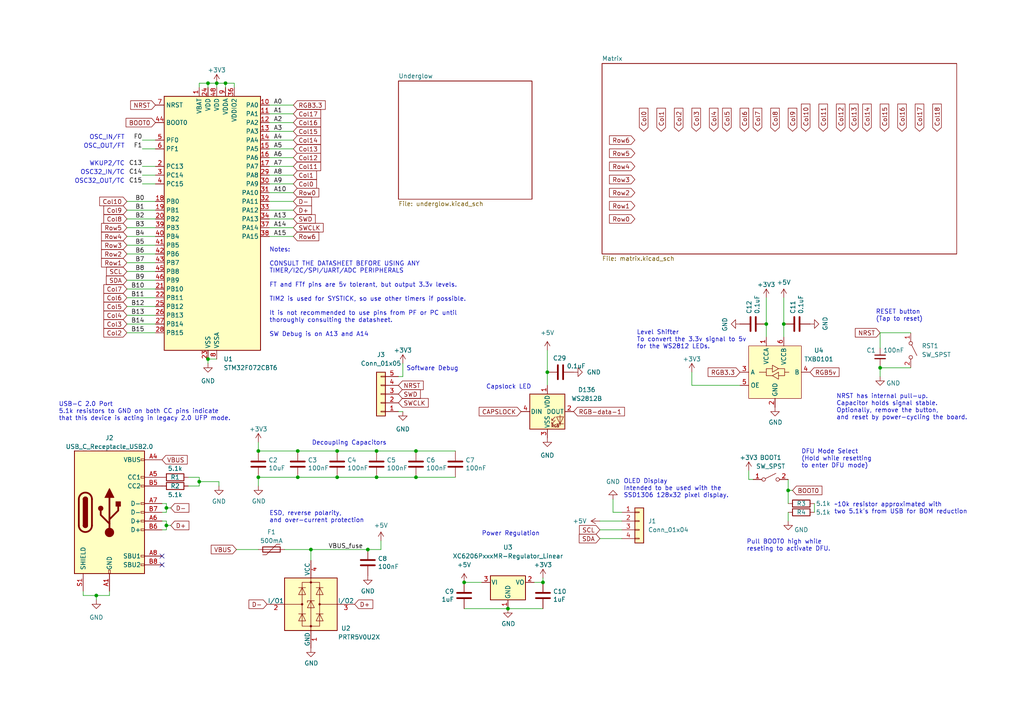
<source format=kicad_sch>
(kicad_sch (version 20231120) (generator "eeschema") (generator_version "8.0")
  (paper "A4")
  (lib_symbols
    (symbol "+5V_1" (power) (pin_names (offset 0))
      (property "Value" "+5V_1" (at 0 3.556 0))
      (symbol "+5V_1_0_1"
        (polyline (pts (xy -0.762 1.27) (xy 0 2.54)))
        (polyline (pts (xy 0 0) (xy 0 2.54)))
        (polyline (pts (xy 0 2.54) (xy 0.762 1.27)))
      )
      (symbol "+5V_1_1_1"
        (pin power_in line (at 0 0 90) (length 0) hide (name "+5V") (number "1"))
      )
    )
    (symbol "Connector:USB_C_Receptacle_USB2.0" (pin_names (offset 1.016))
      (property "Reference" "J" (at -10.16 19.05 0))
      (property "Value" "USB_C_Receptacle_USB2.0" (at 19.05 19.05 0))
      (symbol "USB_C_Receptacle_USB2.0_0_0"
        (rectangle (start -0.254 -17.78) (end 0.254 -16.764))
        (rectangle (start 10.16 -14.986) (end 9.144 -15.494))
        (rectangle (start 10.16 -12.446) (end 9.144 -12.954))
        (rectangle (start 10.16 -4.826) (end 9.144 -5.334))
        (rectangle (start 10.16 -2.286) (end 9.144 -2.794))
        (rectangle (start 10.16 0.254) (end 9.144 -0.254))
        (rectangle (start 10.16 2.794) (end 9.144 2.286))
        (rectangle (start 10.16 7.874) (end 9.144 7.366))
        (rectangle (start 10.16 10.414) (end 9.144 9.906))
        (rectangle (start 10.16 15.494) (end 9.144 14.986))
      )
      (symbol "USB_C_Receptacle_USB2.0_0_1"
        (rectangle (start -10.16 17.78) (end 10.16 -17.78) (stroke (width 0.254)) (fill (type background)))
        (arc (start -8.89 -3.81) (mid -6.985 -5.7067) (end -5.08 -3.81) (stroke (width 0.508)))
        (arc (start -7.62 -3.81) (mid -6.985 -4.4423) (end -6.35 -3.81) (stroke (width 0.254)))
        (arc (start -7.62 -3.81) (mid -6.985 -4.4423) (end -6.35 -3.81) (stroke (width 0.254)) (fill (type outline)))
        (rectangle (start -7.62 -3.81) (end -6.35 3.81) (stroke (width 0.254)) (fill (type outline)))
        (arc (start -6.35 3.81) (mid -6.985 4.4423) (end -7.62 3.81) (stroke (width 0.254)))
        (arc (start -6.35 3.81) (mid -6.985 4.4423) (end -7.62 3.81) (stroke (width 0.254)) (fill (type outline)))
        (arc (start -5.08 3.81) (mid -6.985 5.7067) (end -8.89 3.81) (stroke (width 0.508)))
        (circle (center -2.54 1.143) (radius 0.635) (stroke (width 0.254)) (fill (type outline)))
        (circle (center 0 -5.842) (radius 1.27) (fill (type outline)))
        (polyline (pts (xy -8.89 -3.81) (xy -8.89 3.81)) (stroke (width 0.508)))
        (polyline (pts (xy -5.08 3.81) (xy -5.08 -3.81)) (stroke (width 0.508)))
        (polyline (pts (xy 0 -5.842) (xy 0 4.318)) (stroke (width 0.508)))
        (polyline (pts (xy 0 -3.302) (xy -2.54 -0.762) (xy -2.54 0.508)) (stroke (width 0.508)))
        (polyline (pts (xy 0 -2.032) (xy 2.54 0.508) (xy 2.54 1.778)) (stroke (width 0.508)))
        (polyline (pts (xy -1.27 4.318) (xy 0 6.858) (xy 1.27 4.318) (xy -1.27 4.318)) (stroke (width 0.254)) (fill (type outline)))
        (rectangle (start 1.905 1.778) (end 3.175 3.048) (stroke (width 0.254)) (fill (type outline)))
      )
      (symbol "USB_C_Receptacle_USB2.0_1_1"
        (pin passive line (at 0 -22.86 90) (length 5.08) (name "GND") (number "A1"))
        (pin passive line (at 0 -22.86 90) (length 5.08) hide (name "GND") (number "A12"))
        (pin passive line (at 15.24 15.24 180) (length 5.08) (name "VBUS") (number "A4"))
        (pin bidirectional line (at 15.24 10.16 180) (length 5.08) (name "CC1") (number "A5"))
        (pin bidirectional line (at 15.24 -2.54 180) (length 5.08) (name "D+") (number "A6"))
        (pin bidirectional line (at 15.24 2.54 180) (length 5.08) (name "D-") (number "A7"))
        (pin bidirectional line (at 15.24 -12.7 180) (length 5.08) (name "SBU1") (number "A8"))
        (pin passive line (at 15.24 15.24 180) (length 5.08) hide (name "VBUS") (number "A9"))
        (pin passive line (at 0 -22.86 90) (length 5.08) hide (name "GND") (number "B1"))
        (pin passive line (at 0 -22.86 90) (length 5.08) hide (name "GND") (number "B12"))
        (pin passive line (at 15.24 15.24 180) (length 5.08) hide (name "VBUS") (number "B4"))
        (pin bidirectional line (at 15.24 7.62 180) (length 5.08) (name "CC2") (number "B5"))
        (pin bidirectional line (at 15.24 -5.08 180) (length 5.08) (name "D+") (number "B6"))
        (pin bidirectional line (at 15.24 0 180) (length 5.08) (name "D-") (number "B7"))
        (pin bidirectional line (at 15.24 -15.24 180) (length 5.08) (name "SBU2") (number "B8"))
        (pin passive line (at 15.24 15.24 180) (length 5.08) hide (name "VBUS") (number "B9"))
        (pin passive line (at -7.62 -22.86 90) (length 5.08) (name "SHIELD") (number "S1"))
      )
    )
    (symbol "Connector_Generic:Conn_01x04" (pin_names (offset 1.016) hide)
      (property "Reference" "J" (at 0 5.08 0))
      (property "Value" "Conn_01x04" (at 0 -7.62 0))
      (symbol "Conn_01x04_1_1"
        (rectangle (start -1.27 -4.953) (end 0 -5.207) (stroke (width 0.1524)))
        (rectangle (start -1.27 -2.413) (end 0 -2.667) (stroke (width 0.1524)))
        (rectangle (start -1.27 0.127) (end 0 -0.127) (stroke (width 0.1524)))
        (rectangle (start -1.27 2.667) (end 0 2.413) (stroke (width 0.1524)))
        (rectangle (start -1.27 3.81) (end 1.27 -6.35) (stroke (width 0.254)) (fill (type background)))
        (pin passive line (at -5.08 2.54 0) (length 3.81) (name "Pin_1") (number "1"))
        (pin passive line (at -5.08 0 0) (length 3.81) (name "Pin_2") (number "2"))
        (pin passive line (at -5.08 -2.54 0) (length 3.81) (name "Pin_3") (number "3"))
        (pin passive line (at -5.08 -5.08 0) (length 3.81) (name "Pin_4") (number "4"))
      )
    )
    (symbol "Connector_Generic:Conn_01x05" (pin_names (offset 1.016) hide)
      (property "Reference" "J" (at 0 7.62 0))
      (property "Value" "Conn_01x05" (at 0 -7.62 0))
      (symbol "Conn_01x05_1_1"
        (rectangle (start -1.27 -4.953) (end 0 -5.207) (stroke (width 0.1524)))
        (rectangle (start -1.27 -2.413) (end 0 -2.667) (stroke (width 0.1524)))
        (rectangle (start -1.27 0.127) (end 0 -0.127) (stroke (width 0.1524)))
        (rectangle (start -1.27 2.667) (end 0 2.413) (stroke (width 0.1524)))
        (rectangle (start -1.27 5.207) (end 0 4.953) (stroke (width 0.1524)))
        (rectangle (start -1.27 6.35) (end 1.27 -6.35) (stroke (width 0.254)) (fill (type background)))
        (pin passive line (at -5.08 5.08 0) (length 3.81) (name "Pin_1") (number "1"))
        (pin passive line (at -5.08 2.54 0) (length 3.81) (name "Pin_2") (number "2"))
        (pin passive line (at -5.08 0 0) (length 3.81) (name "Pin_3") (number "3"))
        (pin passive line (at -5.08 -2.54 0) (length 3.81) (name "Pin_4") (number "4"))
        (pin passive line (at -5.08 -5.08 0) (length 3.81) (name "Pin_5") (number "5"))
      )
    )
    (symbol "Device:C" (pin_numbers hide) (pin_names (offset 0.254))
      (property "Reference" "C" (at 0.635 2.54 0))
      (property "Value" "C" (at 0.635 -2.54 0))
      (symbol "C_0_1"
        (polyline (pts (xy -2.032 -0.762) (xy 2.032 -0.762)) (stroke (width 0.508)))
        (polyline (pts (xy -2.032 0.762) (xy 2.032 0.762)) (stroke (width 0.508)))
      )
      (symbol "C_1_1"
        (pin passive line (at 0 3.81 270) (length 2.794) (name "~") (number "1"))
        (pin passive line (at 0 -3.81 90) (length 2.794) (name "~") (number "2"))
      )
    )
    (symbol "Device:C_Small" (pin_numbers hide) (pin_names (offset 0.254) hide)
      (property "Reference" "C" (at 0.254 1.778 0))
      (property "Value" "C_Small" (at 0.254 -2.032 0))
      (symbol "C_Small_0_1"
        (polyline (pts (xy -1.524 -0.508) (xy 1.524 -0.508)) (stroke (width 0.3302)))
        (polyline (pts (xy -1.524 0.508) (xy 1.524 0.508)) (stroke (width 0.3048)))
      )
      (symbol "C_Small_1_1"
        (pin passive line (at 0 2.54 270) (length 2.032) (name "~") (number "1"))
        (pin passive line (at 0 -2.54 90) (length 2.032) (name "~") (number "2"))
      )
    )
    (symbol "Device:Polyfuse" (pin_numbers hide) (pin_names (offset 0))
      (property "Reference" "F" (at -2.54 0 90))
      (property "Value" "Polyfuse" (at 2.54 0 90))
      (symbol "Polyfuse_0_1"
        (rectangle (start -0.762 2.54) (end 0.762 -2.54) (stroke (width 0.254)))
        (polyline (pts (xy 0 2.54) (xy 0 -2.54)))
        (polyline (pts (xy -1.524 2.54) (xy -1.524 1.524) (xy 1.524 -1.524) (xy 1.524 -2.54)))
      )
      (symbol "Polyfuse_1_1"
        (pin passive line (at 0 3.81 270) (length 1.27) (name "~") (number "1"))
        (pin passive line (at 0 -3.81 90) (length 1.27) (name "~") (number "2"))
      )
    )
    (symbol "Device:R" (pin_numbers hide) (pin_names (offset 0))
      (property "Reference" "R" (at 2.032 0 90))
      (property "Value" "R" (at 0 0 90))
      (symbol "R_0_1"
        (rectangle (start -1.016 -2.54) (end 1.016 2.54) (stroke (width 0.254)))
      )
      (symbol "R_1_1"
        (pin passive line (at 0 3.81 270) (length 1.27) (name "~") (number "1"))
        (pin passive line (at 0 -3.81 90) (length 1.27) (name "~") (number "2"))
      )
    )
    (symbol "LED:WS2812B" (pin_names (offset 0.254))
      (property "Reference" "D" (at 5.08 5.715 0))
      (property "Value" "WS2812B" (at 1.27 -5.715 0))
      (symbol "WS2812B_0_0"
        (text "RGB" (at 2.286 -4.191 0) (effects (font (size 0.762 0.762))))
      )
      (symbol "WS2812B_0_1"
        (polyline (pts (xy 1.27 -3.556) (xy 1.778 -3.556)))
        (polyline (pts (xy 1.27 -2.54) (xy 1.778 -2.54)))
        (polyline (pts (xy 4.699 -3.556) (xy 2.667 -3.556)))
        (polyline (pts (xy 2.286 -2.54) (xy 1.27 -3.556) (xy 1.27 -3.048)))
        (polyline (pts (xy 2.286 -1.524) (xy 1.27 -2.54) (xy 1.27 -2.032)))
        (polyline (pts (xy 3.683 -1.016) (xy 3.683 -3.556) (xy 3.683 -4.064)))
        (polyline (pts (xy 4.699 -1.524) (xy 2.667 -1.524) (xy 3.683 -3.556) (xy 4.699 -1.524)))
        (rectangle (start 5.08 5.08) (end -5.08 -5.08) (stroke (width 0.254)) (fill (type background)))
      )
      (symbol "WS2812B_1_1"
        (pin power_in line (at 0 7.62 270) (length 2.54) (name "VDD") (number "1"))
        (pin output line (at 7.62 0 180) (length 2.54) (name "DOUT") (number "2"))
        (pin power_in line (at 0 -7.62 90) (length 2.54) (name "VSS") (number "3"))
        (pin input line (at -7.62 0 0) (length 2.54) (name "DIN") (number "4"))
      )
    )
    (symbol "MCU_ST_STM32F0:STM32F072CBTx"
      (property "Reference" "U" (at -12.7 39.37 0))
      (property "Value" "STM32F072CBTx" (at 10.16 39.37 0))
      (symbol "STM32F072CBTx_0_1"
        (rectangle (start -12.7 -35.56) (end 15.24 38.1) (stroke (width 0.254)) (fill (type background)))
      )
      (symbol "STM32F072CBTx_1_1"
        (pin power_in line (at -2.54 40.64 270) (length 2.54) (name "VBAT") (number "1"))
        (pin bidirectional line (at 17.78 35.56 180) (length 2.54) (name "PA0") (number "10"))
        (pin bidirectional line (at 17.78 33.02 180) (length 2.54) (name "PA1") (number "11"))
        (pin bidirectional line (at 17.78 30.48 180) (length 2.54) (name "PA2") (number "12"))
        (pin bidirectional line (at 17.78 27.94 180) (length 2.54) (name "PA3") (number "13"))
        (pin bidirectional line (at 17.78 25.4 180) (length 2.54) (name "PA4") (number "14"))
        (pin bidirectional line (at 17.78 22.86 180) (length 2.54) (name "PA5") (number "15"))
        (pin bidirectional line (at 17.78 20.32 180) (length 2.54) (name "PA6") (number "16"))
        (pin bidirectional line (at 17.78 17.78 180) (length 2.54) (name "PA7") (number "17"))
        (pin bidirectional line (at -15.24 7.62 0) (length 2.54) (name "PB0") (number "18"))
        (pin bidirectional line (at -15.24 5.08 0) (length 2.54) (name "PB1") (number "19"))
        (pin bidirectional line (at -15.24 17.78 0) (length 2.54) (name "PC13") (number "2"))
        (pin bidirectional line (at -15.24 2.54 0) (length 2.54) (name "PB2") (number "20"))
        (pin bidirectional line (at -15.24 -17.78 0) (length 2.54) (name "PB10") (number "21"))
        (pin bidirectional line (at -15.24 -20.32 0) (length 2.54) (name "PB11") (number "22"))
        (pin power_in line (at 0 -38.1 90) (length 2.54) (name "VSS") (number "23"))
        (pin power_in line (at 0 40.64 270) (length 2.54) (name "VDD") (number "24"))
        (pin bidirectional line (at -15.24 -22.86 0) (length 2.54) (name "PB12") (number "25"))
        (pin bidirectional line (at -15.24 -25.4 0) (length 2.54) (name "PB13") (number "26"))
        (pin bidirectional line (at -15.24 -27.94 0) (length 2.54) (name "PB14") (number "27"))
        (pin bidirectional line (at -15.24 -30.48 0) (length 2.54) (name "PB15") (number "28"))
        (pin bidirectional line (at 17.78 15.24 180) (length 2.54) (name "PA8") (number "29"))
        (pin bidirectional line (at -15.24 15.24 0) (length 2.54) (name "PC14") (number "3"))
        (pin bidirectional line (at 17.78 12.7 180) (length 2.54) (name "PA9") (number "30"))
        (pin bidirectional line (at 17.78 10.16 180) (length 2.54) (name "PA10") (number "31"))
        (pin bidirectional line (at 17.78 7.62 180) (length 2.54) (name "PA11") (number "32"))
        (pin bidirectional line (at 17.78 5.08 180) (length 2.54) (name "PA12") (number "33"))
        (pin bidirectional line (at 17.78 2.54 180) (length 2.54) (name "PA13") (number "34"))
        (pin passive line (at 0 -38.1 90) (length 2.54) hide (name "VSS") (number "35"))
        (pin power_in line (at 7.62 40.64 270) (length 2.54) (name "VDDIO2") (number "36"))
        (pin bidirectional line (at 17.78 0 180) (length 2.54) (name "PA14") (number "37"))
        (pin bidirectional line (at 17.78 -2.54 180) (length 2.54) (name "PA15") (number "38"))
        (pin bidirectional line (at -15.24 0 0) (length 2.54) (name "PB3") (number "39"))
        (pin bidirectional line (at -15.24 12.7 0) (length 2.54) (name "PC15") (number "4"))
        (pin bidirectional line (at -15.24 -2.54 0) (length 2.54) (name "PB4") (number "40"))
        (pin bidirectional line (at -15.24 -5.08 0) (length 2.54) (name "PB5") (number "41"))
        (pin bidirectional line (at -15.24 -7.62 0) (length 2.54) (name "PB6") (number "42"))
        (pin bidirectional line (at -15.24 -10.16 0) (length 2.54) (name "PB7") (number "43"))
        (pin input line (at -15.24 30.48 0) (length 2.54) (name "BOOT0") (number "44"))
        (pin bidirectional line (at -15.24 -12.7 0) (length 2.54) (name "PB8") (number "45"))
        (pin bidirectional line (at -15.24 -15.24 0) (length 2.54) (name "PB9") (number "46"))
        (pin passive line (at 0 -38.1 90) (length 2.54) hide (name "VSS") (number "47"))
        (pin power_in line (at 2.54 40.64 270) (length 2.54) (name "VDD") (number "48"))
        (pin bidirectional line (at -15.24 25.4 0) (length 2.54) (name "PF0") (number "5"))
        (pin bidirectional line (at -15.24 22.86 0) (length 2.54) (name "PF1") (number "6"))
        (pin input line (at -15.24 35.56 0) (length 2.54) (name "NRST") (number "7"))
        (pin power_in line (at 2.54 -38.1 90) (length 2.54) (name "VSSA") (number "8"))
        (pin power_in line (at 5.08 40.64 270) (length 2.54) (name "VDDA") (number "9"))
      )
    )
    (symbol "PCM_marbastlib-various:TXB0101"
      (property "Reference" "U" (at -6.35 11.43 0))
      (property "Value" "TXB0101" (at 3.81 11.43 0))
      (symbol "TXB0101_0_1"
        (rectangle (start -7.62 10.16) (end 7.62 -5.08) (fill (type background)))
        (polyline (pts (xy -2.54 2.54) (xy -2.54 3.556) (xy -0.762 3.556)))
        (polyline (pts (xy 2.794 2.54) (xy 2.794 1.524) (xy 1.016 1.524)))
        (polyline (pts (xy -0.762 1.524) (xy -2.54 1.524) (xy -2.54 2.54) (xy -4.572 2.54)))
        (polyline (pts (xy -0.762 2.54) (xy -0.762 4.572) (xy 1.016 3.556) (xy -0.762 2.54)))
        (polyline (pts (xy 1.016 3.556) (xy 2.794 3.556) (xy 2.794 2.54) (xy 4.064 2.54)))
        (polyline (pts (xy 1.016 2.54) (xy 1.016 0.762) (xy 1.016 0.508) (xy -0.762 1.524) (xy 1.016 2.54)))
      )
      (symbol "TXB0101_1_1"
        (pin power_in line (at -2.54 12.7 270) (length 2.54) (name "VCCA") (number "1"))
        (pin power_in line (at 0 -7.62 90) (length 2.54) (name "GND") (number "2"))
        (pin bidirectional line (at -10.16 2.54 0) (length 2.54) (name "A") (number "3"))
        (pin bidirectional line (at 10.16 2.54 180) (length 2.54) (name "B") (number "4"))
        (pin input line (at -10.16 -1.27 0) (length 2.54) (name "OE") (number "5"))
        (pin power_in line (at 2.54 12.7 270) (length 2.54) (name "VCCB") (number "6"))
      )
    )
    (symbol "Power_Protection:PRTR5V0U2X" (pin_names (offset 0))
      (property "Reference" "D" (at 2.794 8.636 0))
      (property "Value" "PRTR5V0U2X" (at 8.128 -9.398 0))
      (symbol "PRTR5V0U2X_0_1"
        (rectangle (start -7.62 -7.62) (end 7.62 7.62) (stroke (width 0.254)) (fill (type background)))
        (circle (center -2.54 0) (radius 0.254) (fill (type outline)))
        (rectangle (start -2.54 6.35) (end 2.54 -6.35))
        (circle (center 0 -6.35) (radius 0.254) (fill (type outline)))
        (polyline (pts (xy -2.54 0) (xy -7.62 0)))
        (polyline (pts (xy -1.524 -2.794) (xy -3.556 -2.794)))
        (polyline (pts (xy -1.524 4.826) (xy -3.556 4.826)))
        (polyline (pts (xy 0 -7.62) (xy 0 7.62)))
        (polyline (pts (xy 1.524 -2.794) (xy 3.556 -2.794)))
        (polyline (pts (xy 1.524 4.826) (xy 3.556 4.826)))
        (polyline (pts (xy 2.54 0) (xy 7.62 0)))
        (polyline (pts (xy 1.016 1.016) (xy -1.016 1.016) (xy -1.016 0.508)))
        (polyline (pts (xy -3.556 -4.826) (xy -1.524 -4.826) (xy -2.54 -2.794) (xy -3.556 -4.826)))
        (polyline (pts (xy -3.556 2.794) (xy -1.524 2.794) (xy -2.54 4.826) (xy -3.556 2.794)))
        (polyline (pts (xy -1.016 -1.016) (xy 1.016 -1.016) (xy 0 1.016) (xy -1.016 -1.016)))
        (polyline (pts (xy 3.556 -4.826) (xy 1.524 -4.826) (xy 2.54 -2.794) (xy 3.556 -4.826)))
        (polyline (pts (xy 3.556 2.794) (xy 1.524 2.794) (xy 2.54 4.826) (xy 3.556 2.794)))
        (circle (center 0 6.35) (radius 0.254) (fill (type outline)))
        (circle (center 2.54 0) (radius 0.254) (fill (type outline)))
      )
      (symbol "PRTR5V0U2X_1_1"
        (pin passive line (at 0 -12.7 90) (length 5.08) (name "GND") (number "1"))
        (pin passive line (at -12.7 0 0) (length 5.08) (name "I/O1") (number "2"))
        (pin passive line (at 12.7 0 180) (length 5.08) (name "I/O2") (number "3"))
        (pin passive line (at 0 12.7 270) (length 5.08) (name "VCC") (number "4"))
      )
    )
    (symbol "Switch:SW_SPST" (pin_names (offset 0) hide)
      (property "Reference" "SW" (at 0 3.175 0))
      (property "Value" "SW_SPST" (at 0 -2.54 0))
      (symbol "SW_SPST_0_0"
        (circle (center -2.032 0) (radius 0.508))
        (polyline (pts (xy -1.524 0.254) (xy 1.524 1.778)))
        (circle (center 2.032 0) (radius 0.508))
      )
      (symbol "SW_SPST_1_1"
        (pin passive line (at -5.08 0 0) (length 2.54) (name "A") (number "1"))
        (pin passive line (at 5.08 0 180) (length 2.54) (name "B") (number "2"))
      )
    )
    (symbol "kicad-keyboard-parts:XC6206PxxxMR-Regulator_Linear" (pin_names (offset 0.254))
      (property "Reference" "U" (at -3.81 3.175 0))
      (property "Value" "XC6206PxxxMR-Regulator_Linear" (at 0 3.175 0))
      (property "LCSC" "C5446" (at 0 0 0))
      (symbol "XC6206PxxxMR-Regulator_Linear_0_1"
        (rectangle (start -5.08 1.905) (end 5.08 -5.08) (stroke (width 0.254)) (fill (type background)))
      )
      (symbol "XC6206PxxxMR-Regulator_Linear_1_1"
        (pin power_in line (at 0 -7.62 90) (length 2.54) (name "GND") (number "1"))
        (pin power_out line (at 7.62 0 180) (length 2.54) (name "VO") (number "2"))
        (pin power_in line (at -7.62 0 0) (length 2.54) (name "VI") (number "3"))
      )
    )
    (symbol "power:+3V3" (power) (pin_names (offset 0))
      (property "Value" "+3V3" (at 0 3.556 0))
      (symbol "+3V3_0_1"
        (polyline (pts (xy -0.762 1.27) (xy 0 2.54)))
        (polyline (pts (xy 0 0) (xy 0 2.54)))
        (polyline (pts (xy 0 2.54) (xy 0.762 1.27)))
      )
      (symbol "+3V3_1_1"
        (pin power_in line (at 0 0 90) (length 0) hide (name "+3V3") (number "1"))
      )
    )
    (symbol "power:+5V" (power) (pin_names (offset 0))
      (property "Value" "+5V" (at 0 3.556 0))
      (symbol "+5V_0_1"
        (polyline (pts (xy -0.762 1.27) (xy 0 2.54)))
        (polyline (pts (xy 0 0) (xy 0 2.54)))
        (polyline (pts (xy 0 2.54) (xy 0.762 1.27)))
      )
      (symbol "+5V_1_1"
        (pin power_in line (at 0 0 90) (length 0) hide (name "+5V") (number "1"))
      )
    )
    (symbol "power:GND" (power) (pin_names (offset 0))
      (property "Value" "GND" (at 0 -3.81 0))
      (symbol "GND_0_1"
        (polyline (pts (xy 0 0) (xy 0 -1.27) (xy 1.27 -1.27) (xy 0 -2.54) (xy -1.27 -1.27) (xy 0 -1.27)))
      )
      (symbol "GND_1_1"
        (pin power_in line (at 0 0 270) (length 0) hide (name "GND") (number "1"))
      )
    )
  )
  (junction (at 227.33 93.98))
  (junction (at 228.6 142.24))
  (junction (at 62.865 24.13))
  (junction (at 158.75 107.95))
  (junction (at 222.25 93.98))
  (junction (at 157.48 168.91))
  (junction (at 57.785 139.7))
  (junction (at 60.325 24.13))
  (junction (at 109.22 138.43))
  (junction (at 134.62 168.91))
  (junction (at 109.22 130.81))
  (junction (at 74.93 138.43))
  (junction (at 147.32 176.53) (diameter 0.9144))
  (junction (at 255.27 106.68))
  (junction (at 74.93 130.81))
  (junction (at 60.325 104.14))
  (junction (at 97.79 138.43))
  (junction (at 86.36 138.43))
  (junction (at 120.65 138.43))
  (junction (at 120.65 130.81))
  (junction (at 90.17 159.385))
  (junction (at 97.79 130.81))
  (junction (at 106.68 159.385))
  (junction (at 48.26 152.4))
  (junction (at 27.94 172.72))
  (junction (at 48.26 147.32))
  (junction (at 86.36 130.81))
  (junction (at 65.405 24.13))
  (no_connect (at 46.99 163.83))
  (no_connect (at 46.99 161.29))
  (wire (pts (xy 36.83 78.74) (xy 45.085 78.74)))
  (wire (pts (xy 120.65 138.43) (xy 132.08 138.43)))
  (wire (pts (xy 46.99 153.67) (xy 48.26 153.67)))
  (wire (pts (xy 200.66 111.76) (xy 214.63 111.76)))
  (wire (pts (xy 78.105 40.64) (xy 85.09 40.64)))
  (wire (pts (xy 177.8 148.59) (xy 177.8 144.78)))
  (wire (pts (xy 36.83 93.98) (xy 45.085 93.98)))
  (wire (pts (xy 27.94 172.72) (xy 31.75 172.72)))
  (wire (pts (xy 67.945 24.13) (xy 67.945 25.4)))
  (wire (pts (xy 46.99 146.05) (xy 48.26 146.05)))
  (wire (pts (xy 78.105 53.34) (xy 85.09 53.34)))
  (wire (pts (xy 36.83 96.52) (xy 45.085 96.52)))
  (wire (pts (xy 116.84 105.41) (xy 116.84 109.22)))
  (wire (pts (xy 36.83 86.36) (xy 45.085 86.36)))
  (wire (pts (xy 57.785 140.97) (xy 57.785 139.7)))
  (wire (pts (xy 222.25 86.36) (xy 222.25 93.98)))
  (wire (pts (xy 97.79 138.43) (xy 86.36 138.43)))
  (wire (pts (xy 54.61 140.97) (xy 57.785 140.97)))
  (wire (pts (xy 173.99 156.21) (xy 180.34 156.21)))
  (wire (pts (xy 78.105 48.26) (xy 85.09 48.26)))
  (wire (pts (xy 48.26 147.32) (xy 48.26 148.59)))
  (wire (pts (xy 57.785 139.7) (xy 57.785 138.43)))
  (wire (pts (xy 218.44 139.065) (xy 217.17 139.065)))
  (wire (pts (xy 27.94 173.99) (xy 27.94 172.72)))
  (wire (pts (xy 173.99 153.67) (xy 180.34 153.67)))
  (wire (pts (xy 158.75 107.95) (xy 158.75 111.76)))
  (wire (pts (xy 65.405 24.13) (xy 65.405 25.4)))
  (wire (pts (xy 78.105 35.56) (xy 85.09 35.56)))
  (wire (pts (xy 57.785 139.7) (xy 63.5 139.7)))
  (wire (pts (xy 97.79 130.81) (xy 86.36 130.81)))
  (wire (pts (xy 180.34 148.59) (xy 177.8 148.59)))
  (wire (pts (xy 65.405 24.13) (xy 67.945 24.13)))
  (wire (pts (xy 228.6 142.24) (xy 229.87 142.24)))
  (wire (pts (xy 36.83 88.9) (xy 45.085 88.9)))
  (wire (pts (xy 60.325 24.13) (xy 60.325 25.4)))
  (wire (pts (xy 54.61 138.43) (xy 57.785 138.43)))
  (wire (pts (xy 147.32 176.53) (xy 157.48 176.53)))
  (wire (pts (xy 60.325 105.41) (xy 60.325 104.14)))
  (wire (pts (xy 78.105 38.1) (xy 85.09 38.1)))
  (wire (pts (xy 255.27 109.22) (xy 255.27 106.68)))
  (wire (pts (xy 134.62 168.91) (xy 139.7 168.91)))
  (wire (pts (xy 236.22 146.05) (xy 236.22 148.59)))
  (wire (pts (xy 109.22 130.81) (xy 120.65 130.81)))
  (wire (pts (xy 78.105 63.5) (xy 85.09 63.5)))
  (wire (pts (xy 36.83 66.04) (xy 45.085 66.04)))
  (wire (pts (xy 106.68 159.385) (xy 110.49 159.385)))
  (wire (pts (xy 217.17 139.065) (xy 217.17 136.525)))
  (wire (pts (xy 227.33 93.98) (xy 227.33 97.79)))
  (wire (pts (xy 36.83 63.5) (xy 45.085 63.5)))
  (wire (pts (xy 57.785 24.13) (xy 57.785 25.4)))
  (wire (pts (xy 78.105 43.18) (xy 85.09 43.18)))
  (wire (pts (xy 36.83 81.28) (xy 45.085 81.28)))
  (wire (pts (xy 255.27 96.52) (xy 264.16 96.52)))
  (wire (pts (xy 154.94 168.91) (xy 157.48 168.91)))
  (wire (pts (xy 97.79 130.81) (xy 109.22 130.81)))
  (wire (pts (xy 78.105 45.72) (xy 85.09 45.72)))
  (wire (pts (xy 228.6 139.065) (xy 228.6 142.24)))
  (wire (pts (xy 65.405 24.13) (xy 62.865 24.13)))
  (wire (pts (xy 255.27 96.52) (xy 255.27 100.965)))
  (wire (pts (xy 78.105 55.88) (xy 85.09 55.88)))
  (wire (pts (xy 68.58 159.385) (xy 74.93 159.385)))
  (wire (pts (xy 78.105 60.96) (xy 85.09 60.96)))
  (wire (pts (xy 74.93 140.97) (xy 74.93 138.43)))
  (wire (pts (xy 173.99 151.13) (xy 180.34 151.13)))
  (wire (pts (xy 48.26 153.67) (xy 48.26 152.4)))
  (wire (pts (xy 41.275 48.26) (xy 45.085 48.26)))
  (wire (pts (xy 41.275 50.8) (xy 45.085 50.8)))
  (wire (pts (xy 116.84 109.22) (xy 115.57 109.22)))
  (wire (pts (xy 46.99 151.13) (xy 48.26 151.13)))
  (wire (pts (xy 82.55 159.385) (xy 90.17 159.385)))
  (wire (pts (xy 60.325 104.14) (xy 62.865 104.14)))
  (wire (pts (xy 120.65 130.81) (xy 132.08 130.81)))
  (wire (pts (xy 74.93 128.27) (xy 74.93 130.81)))
  (wire (pts (xy 255.27 106.68) (xy 255.27 106.045)))
  (wire (pts (xy 48.26 147.32) (xy 49.53 147.32)))
  (wire (pts (xy 60.325 24.13) (xy 62.865 24.13)))
  (wire (pts (xy 255.27 106.68) (xy 264.16 106.68)))
  (wire (pts (xy 158.75 101.6) (xy 158.75 107.95)))
  (wire (pts (xy 228.6 148.59) (xy 228.6 151.13)))
  (wire (pts (xy 41.275 40.64) (xy 45.085 40.64)))
  (wire (pts (xy 36.83 71.12) (xy 45.085 71.12)))
  (wire (pts (xy 24.13 172.72) (xy 27.94 172.72)))
  (wire (pts (xy 110.49 156.845) (xy 110.49 159.385)))
  (wire (pts (xy 115.57 119.38) (xy 116.84 119.38)))
  (wire (pts (xy 57.785 24.13) (xy 60.325 24.13)))
  (wire (pts (xy 228.6 142.24) (xy 228.6 146.05)))
  (wire (pts (xy 46.99 148.59) (xy 48.26 148.59)))
  (wire (pts (xy 200.66 111.76) (xy 200.66 107.95)))
  (wire (pts (xy 36.83 76.2) (xy 45.085 76.2)))
  (wire (pts (xy 24.13 171.45) (xy 24.13 172.72)))
  (wire (pts (xy 48.26 151.13) (xy 48.26 152.4)))
  (wire (pts (xy 78.105 50.8) (xy 85.09 50.8)))
  (wire (pts (xy 78.105 33.02) (xy 85.09 33.02)))
  (wire (pts (xy 36.83 73.66) (xy 45.085 73.66)))
  (wire (pts (xy 78.105 66.04) (xy 85.09 66.04)))
  (wire (pts (xy 36.83 60.96) (xy 45.085 60.96)))
  (wire (pts (xy 48.26 152.4) (xy 49.53 152.4)))
  (wire (pts (xy 86.36 138.43) (xy 74.93 138.43)))
  (wire (pts (xy 157.48 167.64) (xy 157.48 168.91)))
  (wire (pts (xy 63.5 139.7) (xy 63.5 140.97)))
  (wire (pts (xy 36.83 91.44) (xy 45.085 91.44)))
  (wire (pts (xy 31.75 172.72) (xy 31.75 171.45)))
  (wire (pts (xy 222.25 93.98) (xy 222.25 97.79)))
  (wire (pts (xy 78.105 58.42) (xy 85.09 58.42)))
  (wire (pts (xy 90.17 159.385) (xy 90.17 162.56)))
  (wire (pts (xy 41.275 43.18) (xy 45.085 43.18)))
  (wire (pts (xy 36.83 58.42) (xy 45.085 58.42)))
  (wire (pts (xy 147.32 176.53) (xy 134.62 176.53)))
  (wire (pts (xy 227.33 86.36) (xy 227.33 93.98)))
  (wire (pts (xy 90.17 159.385) (xy 106.68 159.385)))
  (wire (pts (xy 78.105 30.48) (xy 85.09 30.48)))
  (wire (pts (xy 36.83 83.82) (xy 45.085 83.82)))
  (wire (pts (xy 78.105 68.58) (xy 85.09 68.58)))
  (wire (pts (xy 62.865 24.13) (xy 62.865 25.4)))
  (wire (pts (xy 86.36 130.81) (xy 74.93 130.81)))
  (wire (pts (xy 48.26 146.05) (xy 48.26 147.32)))
  (wire (pts (xy 97.79 138.43) (xy 109.22 138.43)))
  (wire (pts (xy 109.22 138.43) (xy 120.65 138.43)))
  (wire (pts (xy 36.83 68.58) (xy 45.085 68.58)))
  (wire (pts (xy 41.275 53.34) (xy 45.085 53.34)))
  (text "Notes:\n\nCONSULT THE DATASHEET BEFORE USING ANY \nTIMER/I2C/SPI/UART/ADC PERIPHERALS\n\nFT and FTf pins are 5v tolerant, but output 3.3v levels.\n\nTIM2 is used for SYSTICK, so use other timers if possible.\n\nIt is not recommended to use pins from PF or PC until\nthoroughly consulting the datasheet.\n\nSW Debug is on A13 and A14" (at 78.105 97.79 0) (effects (font (size 1.27 1.27)) (justify left bottom)))
  (text "NRST has internal pull-up.\nCapacitor holds signal stable.\nOptionally, remove the button,\nand reset by power-cycling the board." (at 242.57 121.92 0) (effects (font (size 1.27 1.27)) (justify left bottom)))
  (text "OLED Display\nIntended to be used with the \nSSD1306 128x32 pixel display." (at 180.848 144.526 0) (effects (font (size 1.27 1.27)) (justify left bottom)))
  (text "Decoupling Capacitors" (at 90.424 129.286 0) (effects (font (size 1.27 1.27)) (justify left bottom)))
  (text "~10k resistor approximated with\ntwo 5.1k's from USB for BOM reduction" (at 241.935 149.225 0) (effects (font (size 1.27 1.27)) (justify left bottom)))
  (text "USB-C 2.0 Port\n5.1k resistors to GND on both CC pins indicate\nthat this device is acting in legacy 2.0 UFP mode." (at 17.018 122.174 0) (effects (font (size 1.27 1.27)) (justify left bottom)))
  (text "OSC_IN/FT" (at 36.195 40.64 0) (effects (font (size 1.27 1.27)) (justify right bottom)))
  (text "DFU Mode Select\n(Hold while resetting\nto enter DFU mode)" (at 232.41 135.89 0) (effects (font (size 1.27 1.27)) (justify left bottom)))
  (text "WKUP2/TC" (at 36.195 48.26 0) (effects (font (size 1.27 1.27)) (justify right bottom)))
  (text "RESET button\n(Tap to reset)" (at 254 93.345 0) (effects (font (size 1.27 1.27)) (justify left bottom)))
  (text "Pull BOOT0 high while \nreseting to activate DFU." (at 216.535 160.02 0) (effects (font (size 1.27 1.27)) (justify left bottom)))
  (text "OSC32_OUT/TC" (at 36.195 53.34 0) (effects (font (size 1.27 1.27)) (justify right bottom)))
  (text "Software Debug" (at 117.856 107.696 0) (effects (font (size 1.27 1.27)) (justify left bottom)))
  (text "OSC32_IN/TC" (at 36.195 50.8 0) (effects (font (size 1.27 1.27)) (justify right bottom)))
  (text "Capslock LED" (at 140.97 113.03 0) (effects (font (size 1.27 1.27)) (justify left bottom)))
  (text "Level Shifter\nTo convert the 3.3v signal to 5v\nfor the WS2812 LEDs." (at 184.658 101.346 0) (effects (font (size 1.27 1.27)) (justify left bottom)))
  (text "Power Regulation" (at 139.7 155.575 0) (effects (font (size 1.27 1.27)) (justify left bottom)))
  (text "OSC_OUT/FT" (at 36.195 43.18 0) (effects (font (size 1.27 1.27)) (justify right bottom)))
  (text "ESD, reverse polarity,\nand over-current protection" (at 78.105 151.765 0) (effects (font (size 1.27 1.27)) (justify left bottom)))
  (label "A1" (at 79.375 33.02 0))
  (label "A3" (at 79.375 38.1 0))
  (label "A13" (at 79.375 63.5 0))
  (label "A10" (at 79.375 55.88 0))
  (label "B7" (at 41.91 76.2 180))
  (label "B13" (at 41.91 91.44 180))
  (label "A6" (at 79.375 45.72 0))
  (label "B1" (at 41.91 60.96 180))
  (label "B9" (at 41.91 81.28 180))
  (label "B5" (at 41.91 71.12 180))
  (label "B14" (at 41.91 93.98 180))
  (label "A8" (at 79.375 50.8 0))
  (label "B0" (at 41.91 58.42 180))
  (label "A9" (at 79.375 53.34 0))
  (label "VBUS_fuse" (at 95.25 159.385 0))
  (label "A2" (at 79.375 35.56 0))
  (label "B8" (at 41.91 78.74 180))
  (label "A4" (at 79.375 40.64 0))
  (label "B12" (at 41.91 88.9 180))
  (label "B4" (at 41.91 68.58 180))
  (label "C14" (at 41.275 50.8 180))
  (label "B6" (at 41.91 73.66 180))
  (label "B15" (at 41.91 96.52 180))
  (label "A14" (at 79.375 66.04 0))
  (label "B10" (at 41.91 83.82 180))
  (label "B11" (at 41.91 86.36 180))
  (label "C15" (at 41.275 53.34 180))
  (label "B3" (at 41.91 66.04 180))
  (label "A0" (at 79.375 30.48 0))
  (label "B2" (at 41.91 63.5 180))
  (label "F1" (at 41.275 43.18 180))
  (label "A5" (at 79.375 43.18 0))
  (label "A7" (at 79.375 48.26 0))
  (label "C13" (at 41.275 48.26 180))
  (label "F0" (at 41.275 40.64 180))
  (label "A15" (at 79.375 68.58 0))
  (global_label "Col14" (shape input) (at 251.46 38.1 90) (property "Intersheetrefs" "${INTERSHEET_REFS}" (effects (hide yes))))
  (global_label "Col13" (shape input) (at 85.09 43.18 0) (property "Intersheetrefs" "${INTERSHEET_REFS}" (effects (hide yes))))
  (global_label "Col6" (shape input) (at 215.9 38.1 90) (property "Intersheetrefs" "${INTERSHEET_REFS}" (effects (hide yes))))
  (global_label "Col7" (shape input) (at 36.83 83.82 180) (property "Intersheetrefs" "${INTERSHEET_REFS}" (effects (hide yes))))
  (global_label "Col3" (shape input) (at 36.83 93.98 180) (property "Intersheetrefs" "${INTERSHEET_REFS}" (effects (hide yes))))
  (global_label "Col14" (shape input) (at 85.09 40.64 0) (property "Intersheetrefs" "${INTERSHEET_REFS}" (effects (hide yes))))
  (global_label "Row0" (shape input) (at 85.09 55.88 0) (property "Intersheetrefs" "${INTERSHEET_REFS}" (effects (hide yes))))
  (global_label "Col4" (shape input) (at 207.01 38.1 90) (property "Intersheetrefs" "${INTERSHEET_REFS}" (effects (hide yes))))
  (global_label "Row6" (shape input) (at 85.09 68.58 0) (property "Intersheetrefs" "${INTERSHEET_REFS}" (effects (hide yes))))
  (global_label "Row1" (shape input) (at 36.83 76.2 180) (property "Intersheetrefs" "${INTERSHEET_REFS}" (effects (hide yes))))
  (global_label "Col9" (shape input) (at 229.87 38.1 90) (property "Intersheetrefs" "${INTERSHEET_REFS}" (effects (hide yes))))
  (global_label "NRST" (shape input) (at 115.57 111.76 0) (property "Intersheetrefs" "${INTERSHEET_REFS}" (effects (hide yes))))
  (global_label "Col15" (shape input) (at 85.09 38.1 0) (property "Intersheetrefs" "${INTERSHEET_REFS}" (effects (hide yes))))
  (global_label "CAPSLOCK" (shape input) (at 151.13 119.38 180) (property "Intersheetrefs" "${INTERSHEET_REFS}" (effects (hide yes))))
  (global_label "RGB-data-1" (shape input) (at 166.37 119.38 0) (property "Intersheetrefs" "${INTERSHEET_REFS}" (effects (hide yes))))
  (global_label "SDA" (shape input) (at 36.83 81.28 180) (property "Intersheetrefs" "${INTERSHEET_REFS}" (effects (hide yes))))
  (global_label "Row6" (shape input) (at 184.15 40.64 180) (property "Intersheetrefs" "${INTERSHEET_REFS}" (effects (hide yes))))
  (global_label "SWCLK" (shape input) (at 85.09 66.04 0) (property "Intersheetrefs" "${INTERSHEET_REFS}" (effects (hide yes))))
  (global_label "Col11" (shape input) (at 85.09 48.26 0) (property "Intersheetrefs" "${INTERSHEET_REFS}" (effects (hide yes))))
  (global_label "Col10" (shape input) (at 36.83 58.42 180) (property "Intersheetrefs" "${INTERSHEET_REFS}" (effects (hide yes))))
  (global_label "VBUS" (shape input) (at 68.58 159.385 180) (property "Intersheetrefs" "${INTERSHEET_REFS}" (effects (hide yes))))
  (global_label "Col13" (shape input) (at 247.65 38.1 90) (property "Intersheetrefs" "${INTERSHEET_REFS}" (effects (hide yes))))
  (global_label "SWD" (shape input) (at 85.09 63.5 0) (property "Intersheetrefs" "${INTERSHEET_REFS}" (effects (hide yes))))
  (global_label "Col17" (shape input) (at 266.7 38.1 90) (property "Intersheetrefs" "${INTERSHEET_REFS}" (effects (hide yes))))
  (global_label "Row5" (shape input) (at 184.15 44.45 180) (property "Intersheetrefs" "${INTERSHEET_REFS}" (effects (hide yes))))
  (global_label "Row5" (shape input) (at 36.83 66.04 180) (property "Intersheetrefs" "${INTERSHEET_REFS}" (effects (hide yes))))
  (global_label "SWCLK" (shape input) (at 115.57 116.84 0) (property "Intersheetrefs" "${INTERSHEET_REFS}" (effects (hide yes))))
  (global_label "Col7" (shape input) (at 219.71 38.1 90) (property "Intersheetrefs" "${INTERSHEET_REFS}" (effects (hide yes))))
  (global_label "D-" (shape input) (at 85.09 58.42 0) (property "Intersheetrefs" "${INTERSHEET_REFS}" (effects (hide yes))))
  (global_label "Col5" (shape input) (at 210.82 38.1 90) (property "Intersheetrefs" "${INTERSHEET_REFS}" (effects (hide yes))))
  (global_label "Col0" (shape input) (at 186.69 38.1 90) (property "Intersheetrefs" "${INTERSHEET_REFS}" (effects (hide yes))))
  (global_label "Col2" (shape input) (at 196.85 38.1 90) (property "Intersheetrefs" "${INTERSHEET_REFS}" (effects (hide yes))))
  (global_label "D-" (shape input) (at 77.47 175.26 180) (property "Intersheetrefs" "${INTERSHEET_REFS}" (effects (hide yes))))
  (global_label "Col3" (shape input) (at 201.93 38.1 90) (property "Intersheetrefs" "${INTERSHEET_REFS}" (effects (hide yes))))
  (global_label "BOOT0" (shape input) (at 45.085 35.56 180) (property "Intersheetrefs" "${INTERSHEET_REFS}" (effects (hide yes))))
  (global_label "SWD" (shape input) (at 115.57 114.3 0) (property "Intersheetrefs" "${INTERSHEET_REFS}" (effects (hide yes))))
  (global_label "D+" (shape input) (at 85.09 60.96 0) (property "Intersheetrefs" "${INTERSHEET_REFS}" (effects (hide yes))))
  (global_label "Row0" (shape input) (at 184.15 63.5 180) (property "Intersheetrefs" "${INTERSHEET_REFS}" (effects (hide yes))))
  (global_label "RGB5v" (shape input) (at 234.95 107.95 0) (property "Intersheetrefs" "${INTERSHEET_REFS}" (effects (hide yes))))
  (global_label "Col8" (shape input) (at 36.83 63.5 180) (property "Intersheetrefs" "${INTERSHEET_REFS}" (effects (hide yes))))
  (global_label "Col18" (shape input) (at 271.78 38.1 90) (property "Intersheetrefs" "${INTERSHEET_REFS}" (effects (hide yes))))
  (global_label "Col0" (shape input) (at 85.09 53.34 0) (property "Intersheetrefs" "${INTERSHEET_REFS}" (effects (hide yes))))
  (global_label "D+" (shape input) (at 102.87 175.26 0) (property "Intersheetrefs" "${INTERSHEET_REFS}" (effects (hide yes))))
  (global_label "Col2" (shape input) (at 36.83 96.52 180) (property "Intersheetrefs" "${INTERSHEET_REFS}" (effects (hide yes))))
  (global_label "Col5" (shape input) (at 36.83 88.9 180) (property "Intersheetrefs" "${INTERSHEET_REFS}" (effects (hide yes))))
  (global_label "Row2" (shape input) (at 184.15 55.88 180) (property "Intersheetrefs" "${INTERSHEET_REFS}" (effects (hide yes))))
  (global_label "SCL" (shape input) (at 36.83 78.74 180) (property "Intersheetrefs" "${INTERSHEET_REFS}" (effects (hide yes))))
  (global_label "Col12" (shape input) (at 85.09 45.72 0) (property "Intersheetrefs" "${INTERSHEET_REFS}" (effects (hide yes))))
  (global_label "Col10" (shape input) (at 233.68 38.1 90) (property "Intersheetrefs" "${INTERSHEET_REFS}" (effects (hide yes))))
  (global_label "Col17" (shape input) (at 85.09 33.02 0) (property "Intersheetrefs" "${INTERSHEET_REFS}" (effects (hide yes))))
  (global_label "D-" (shape input) (at 49.53 147.32 0) (property "Intersheetrefs" "${INTERSHEET_REFS}" (effects (hide yes))))
  (global_label "RGB3.3" (shape input) (at 85.09 30.48 0) (property "Intersheetrefs" "${INTERSHEET_REFS}" (effects (hide yes))))
  (global_label "Col4" (shape input) (at 36.83 91.44 180) (property "Intersheetrefs" "${INTERSHEET_REFS}" (effects (hide yes))))
  (global_label "SCL" (shape input) (at 173.99 153.67 180) (property "Intersheetrefs" "${INTERSHEET_REFS}" (effects (hide yes))))
  (global_label "Col11" (shape input) (at 238.76 38.1 90) (property "Intersheetrefs" "${INTERSHEET_REFS}" (effects (hide yes))))
  (global_label "Col1" (shape input) (at 191.77 38.1 90) (property "Intersheetrefs" "${INTERSHEET_REFS}" (effects (hide yes))))
  (global_label "Col16" (shape input) (at 261.62 38.1 90) (property "Intersheetrefs" "${INTERSHEET_REFS}" (effects (hide yes))))
  (global_label "Row3" (shape input) (at 184.15 52.07 180) (property "Intersheetrefs" "${INTERSHEET_REFS}" (effects (hide yes))))
  (global_label "SDA" (shape input) (at 173.99 156.21 180) (property "Intersheetrefs" "${INTERSHEET_REFS}" (effects (hide yes))))
  (global_label "Col9" (shape input) (at 36.83 60.96 180) (property "Intersheetrefs" "${INTERSHEET_REFS}" (effects (hide yes))))
  (global_label "Col1" (shape input) (at 85.09 50.8 0) (property "Intersheetrefs" "${INTERSHEET_REFS}" (effects (hide yes))))
  (global_label "Col15" (shape input) (at 256.54 38.1 90) (property "Intersheetrefs" "${INTERSHEET_REFS}" (effects (hide yes))))
  (global_label "Row2" (shape input) (at 36.83 73.66 180) (property "Intersheetrefs" "${INTERSHEET_REFS}" (effects (hide yes))))
  (global_label "Row4" (shape input) (at 36.83 68.58 180) (property "Intersheetrefs" "${INTERSHEET_REFS}" (effects (hide yes))))
  (global_label "NRST" (shape input) (at 255.27 96.52 180) (property "Intersheetrefs" "${INTERSHEET_REFS}" (effects (hide yes))))
  (global_label "NRST" (shape input) (at 45.085 30.48 180) (property "Intersheetrefs" "${INTERSHEET_REFS}" (effects (hide yes))))
  (global_label "BOOT0" (shape input) (at 229.87 142.24 0) (property "Intersheetrefs" "${INTERSHEET_REFS}" (effects (hide yes))))
  (global_label "Row4" (shape input) (at 184.15 48.26 180) (property "Intersheetrefs" "${INTERSHEET_REFS}" (effects (hide yes))))
  (global_label "Col12" (shape input) (at 243.84 38.1 90) (property "Intersheetrefs" "${INTERSHEET_REFS}" (effects (hide yes))))
  (global_label "Row3" (shape input) (at 36.83 71.12 180) (property "Intersheetrefs" "${INTERSHEET_REFS}" (effects (hide yes))))
  (global_label "Col6" (shape input) (at 36.83 86.36 180) (property "Intersheetrefs" "${INTERSHEET_REFS}" (effects (hide yes))))
  (global_label "Row1" (shape input) (at 184.15 59.69 180) (property "Intersheetrefs" "${INTERSHEET_REFS}" (effects (hide yes))))
  (global_label "D+" (shape input) (at 49.53 152.4 0) (property "Intersheetrefs" "${INTERSHEET_REFS}" (effects (hide yes))))
  (global_label "RGB3.3" (shape input) (at 214.63 107.95 180) (property "Intersheetrefs" "${INTERSHEET_REFS}" (effects (hide yes))))
  (global_label "Col16" (shape input) (at 85.09 35.56 0) (property "Intersheetrefs" "${INTERSHEET_REFS}" (effects (hide yes))))
  (global_label "VBUS" (shape input) (at 46.99 133.35 0) (property "Intersheetrefs" "${INTERSHEET_REFS}" (effects (hide yes))))
  (global_label "Col8" (shape input) (at 224.79 38.1 90) (property "Intersheetrefs" "${INTERSHEET_REFS}" (effects (hide yes))))
  (symbol (lib_id "Connector_Generic:Conn_01x05") (at 110.49 114.3 180) (unit 1)
    (property "Reference" "J3" (at 110.49 102.87 0))
    (property "Value" "Conn_01x05" (at 110.49 105.41 0))
    (property "Footprint" "Connector_PinHeader_2.54mm:PinHeader_1x05_P2.54mm_Vertical" (effects (hide yes)))
    (property "Description" "Generic connector, single row, 01x05, script generated (kicad-library-utils/schlib/autogen/connector/)" (effects (hide yes)))
  )
  (symbol (lib_id "Connector:USB_C_Receptacle_USB2.0") (at 31.75 148.59 0) (unit 1)
    (property "Reference" "J2" (at 31.75 127 0))
    (property "Value" "USB_C_Receptacle_USB2.0" (at 31.75 129.54 0))
    (property "Footprint" "PCM_marbastlib-various:USB_C_Receptacle_HRO_TYPE-C-31-M-12" (effects (hide yes)))
    (property "Datasheet" "https://www.usb.org/sites/default/files/documents/usb_type-c.zip" (effects (hide yes)))
    (property "JlcRotOffset" "180" (effects (hide yes)))
    (property "JlcPosOffset" "0,1.5" (effects (hide yes)))
  )
  (symbol (lib_id "power:+3V3") (at 62.865 24.13 0) (unit 1)
    (property "Reference" "#PWR01" (effects (hide yes)))
    (property "Value" "+3V3" (at 62.865 20.32 0))
  )
  (symbol (lib_id "Device:R") (at 232.41 146.05 90) (unit 1)
    (property "Reference" "R3" (at 232.41 146.05 90))
    (property "Value" "5.1k" (at 238.76 146.05 90))
    (property "Footprint" "Resistor_SMD:R_0402_1005Metric" (effects (hide yes)))
  )
  (symbol (lib_id "Device:C") (at 106.68 163.195 0) (unit 1)
    (property "Reference" "C8" (at 109.601 162.0266 0) (effects (justify left)))
    (property "Value" "100nF" (at 109.601 164.338 0) (effects (justify left)))
    (property "Footprint" "Capacitor_SMD:C_0402_1005Metric" (effects (hide yes)))
    (property "LCSC" "C307331" (effects (hide yes)))
  )
  (symbol (lib_id "Device:C") (at 218.44 93.98 90) (unit 1)
    (property "Reference" "C12" (at 217.2716 91.059 0) (effects (justify left)))
    (property "Value" "0.1uF" (at 219.583 91.059 0) (effects (justify left)))
    (property "Footprint" "Capacitor_SMD:C_0402_1005Metric" (effects (hide yes)))
    (property "LCSC" "C307331" (effects (hide yes)))
  )
  (symbol (lib_id "Device:Polyfuse") (at 78.74 159.385 90) (unit 1)
    (property "Reference" "F1" (at 78.74 154.305 90))
    (property "Value" "500mA" (at 78.74 156.845 90))
    (property "Footprint" "Fuse:Fuse_1206_3216Metric" (effects (hide yes)))
    (property "LCSC" "C135341" (effects (hide yes)))
  )
  (symbol (lib_id "power:GND") (at 60.325 105.41 0) (unit 1)
    (property "Reference" "#PWR02" (effects (hide yes)))
    (property "Value" "GND" (at 60.325 110.49 0))
  )
  (symbol (lib_id "power:GND") (at 63.5 140.97 0) (unit 1)
    (property "Reference" "#PWR07" (effects (hide yes)))
    (property "Value" "GND" (at 63.5 145.415 0))
  )
  (symbol (lib_id "power:GND") (at 74.93 140.97 0) (unit 1)
    (property "Reference" "#PWR010" (effects (hide yes)))
    (property "Value" "GND" (at 75.057 145.3642 0))
  )
  (symbol (lib_id "MCU_ST_STM32F0:STM32F072CBTx") (at 60.325 66.04 0) (unit 1)
    (property "Reference" "U1" (at 64.8209 104.14 0) (effects (justify left)))
    (property "Value" "STM32F072CBT6" (at 64.8209 106.68 0) (effects (justify left)))
    (property "Footprint" "Package_QFP:LQFP-48_7x7mm_P0.5mm" (effects (hide yes)))
    (property "Datasheet" "https://www.st.com/resource/en/datasheet/stm32f072cb.pdf" (effects (hide yes)))
    (property "JlcRotOffset" "90" (effects (hide yes)))
  )
  (symbol (lib_id "Device:C") (at 120.65 134.62 0) (unit 1)
    (property "Reference" "C6" (at 123.571 133.4516 0) (effects (justify left)))
    (property "Value" "100nF" (at 123.571 135.763 0) (effects (justify left)))
    (property "Footprint" "Capacitor_SMD:C_0402_1005Metric" (effects (hide yes)))
    (property "LCSC" "C307331" (effects (hide yes)))
  )
  (symbol (lib_id "power:+3V3") (at 74.93 128.27 0) (unit 1)
    (property "Reference" "#PWR06" (effects (hide yes)))
    (property "Value" "+3V3" (at 74.93 124.46 0))
  )
  (symbol (lib_id "power:GND") (at 166.37 107.95 90) (unit 1)
    (property "Reference" "#PWR029" (effects (hide yes)))
    (property "Value" "GND" (at 170.18 107.9499 90) (effects (justify right)))
    (property "Description" "Power symbol creates a global label with name \"GND\" , ground" (effects (hide yes)))
  )
  (symbol (lib_name "+5V_1") (lib_id "power:+5V") (at 173.99 151.13 90) (unit 1)
    (property "Reference" "#PWR04" (effects (hide yes)))
    (property "Value" "+5V" (at 170.18 151.1299 90) (effects (justify left)))
  )
  (symbol (lib_id "power:GND") (at 158.75 127 0) (unit 1)
    (property "Reference" "#PWR030" (effects (hide yes)))
    (property "Value" "GND" (at 158.75 132.08 0))
    (property "Description" "Power symbol creates a global label with name \"GND\" , ground" (effects (hide yes)))
  )
  (symbol (lib_id "power:GND") (at 27.94 173.99 0) (unit 1)
    (property "Reference" "#PWR013" (effects (hide yes)))
    (property "Value" "GND" (at 27.94 179.07 0))
  )
  (symbol (lib_id "power:+3V3") (at 116.84 105.41 0) (mirror y) (unit 1)
    (property "Reference" "#PWR031" (effects (hide yes)))
    (property "Value" "+3V3" (at 116.84 101.6 0))
  )
  (symbol (lib_id "Device:C") (at 157.48 172.72 0) (unit 1)
    (property "Reference" "C10" (at 160.401 171.5516 0) (effects (justify left)))
    (property "Value" "1uF" (at 160.401 173.863 0) (effects (justify left)))
    (property "Footprint" "Capacitor_SMD:C_0402_1005Metric" (effects (hide yes)))
    (property "LCSC" "C307331" (effects (hide yes)))
  )
  (symbol (lib_id "Connector_Generic:Conn_01x04") (at 185.42 151.13 0) (unit 1)
    (property "Reference" "J1" (at 187.96 151.1299 0) (effects (justify left)))
    (property "Value" "Conn_01x04" (at 187.96 153.6699 0) (effects (justify left)))
    (property "Footprint" "KiCad-SSD1306-0.91-OLED-4pin-128x32.pretty-master:SSD1306-0.91-OLED-4pin-128x32" (effects (hide yes)))
    (property "Description" "Generic connector, single row, 01x04, script generated (kicad-library-utils/schlib/autogen/connector/)" (effects (hide yes)))
  )
  (symbol (lib_id "power:GND") (at 234.95 93.98 90) (unit 1)
    (property "Reference" "#PWR022" (effects (hide yes)))
    (property "Value" "GND" (at 239.3442 93.853 0))
  )
  (symbol (lib_id "power:+5V") (at 158.75 101.6 0) (unit 1)
    (property "Reference" "#PWR032" (effects (hide yes)))
    (property "Value" "+5V" (at 158.75 96.52 0))
    (property "Description" "Power symbol creates a global label with name \"+5V\"" (effects (hide yes)))
  )
  (symbol (lib_id "kicad-keyboard-parts:XC6206PxxxMR-Regulator_Linear") (at 147.32 168.91 0) (unit 1)
    (property "Reference" "U3" (at 147.32 158.75 0))
    (property "Value" "XC6206PxxxMR-Regulator_Linear" (at 147.32 161.29 0))
    (property "Footprint" "Package_TO_SOT_SMD:SOT-23" (effects (hide yes)))
    (property "Datasheet" "https://www.torexsemi.com/file/xc6206/XC6206.pdf" (effects (hide yes)))
    (property "LCSC" "C5446" (effects (hide yes)))
  )
  (symbol (lib_id "LED:WS2812B") (at 158.75 119.38 0) (unit 1)
    (property "Reference" "D136" (at 170.18 113.0614 0))
    (property "Value" "WS2812B" (at 170.18 115.6014 0))
    (property "Footprint" "LED_SMD:LED_WS2812B_PLCC4_5.0x5.0mm_P3.2mm" (effects (hide yes)))
    (property "Datasheet" "https://cdn-shop.adafruit.com/datasheets/WS2812B.pdf" (effects (hide yes)))
    (property "Description" "RGB LED with integrated controller" (effects (hide yes)))
  )
  (symbol (lib_id "power:GND") (at 228.6 151.13 0) (unit 1)
    (property "Reference" "#PWR09" (effects (hide yes)))
    (property "Value" "GND" (at 232.41 153.67 0))
  )
  (symbol (lib_id "power:+3V3") (at 217.17 136.525 0) (mirror y) (unit 1)
    (property "Reference" "#PWR05" (effects (hide yes)))
    (property "Value" "+3V3" (at 217.17 132.715 0))
  )
  (symbol (lib_id "power:+3V3") (at 157.48 167.64 0) (unit 1)
    (property "Reference" "#PWR014" (effects (hide yes)))
    (property "Value" "+3V3" (at 157.48 163.83 0))
  )
  (symbol (lib_name "+5V_1") (lib_id "power:+5V") (at 110.49 156.845 0) (unit 1)
    (property "Reference" "#PWR011" (effects (hide yes)))
    (property "Value" "+5V" (at 110.49 152.4 0))
  )
  (symbol (lib_id "Device:R") (at 50.8 138.43 270) (unit 1)
    (property "Reference" "R1" (at 50.8 138.43 90))
    (property "Value" "5.1k" (at 50.8 135.89 90))
    (property "Footprint" "Resistor_SMD:R_0402_1005Metric" (effects (hide yes)))
  )
  (symbol (lib_id "power:GND") (at 106.68 167.005 0) (unit 1)
    (property "Reference" "#PWR012" (effects (hide yes)))
    (property "Value" "GND" (at 106.68 171.45 0))
  )
  (symbol (lib_id "Device:C") (at 162.56 107.95 90) (unit 1)
    (property "Reference" "C29" (at 162.306 103.886 90))
    (property "Value" "0.1uF" (at 167.132 106.172 90))
    (property "Footprint" "Capacitor_SMD:C_0402_1005Metric" (effects (hide yes)))
    (property "Description" "Unpolarized capacitor" (effects (hide yes)))
  )
  (symbol (lib_id "power:GND") (at 147.32 176.53 0) (unit 1)
    (property "Reference" "#PWR017" (effects (hide yes)))
    (property "Value" "GND" (at 147.447 180.9242 0))
  )
  (symbol (lib_id "PCM_marbastlib-various:TXB0101") (at 224.79 110.49 0) (unit 1)
    (property "Reference" "U4" (at 237.49 101.6314 0))
    (property "Value" "TXB0101" (at 237.49 104.1714 0))
    (property "Footprint" "Package_TO_SOT_SMD:SOT-363_SC-70-6_Handsoldering" (effects (hide yes)))
    (property "Datasheet" "https://datasheet.lcsc.com/szlcsc/Texas-Instruments-TI-TXB0101DCKR_C324081.pdf" (effects (hide yes)))
    (property "Description" "1-Bit Bidirectional Voltage-Level Translator" (effects (hide yes)))
    (property "LCSC" "C324081" (effects (hide yes)))
  )
  (symbol (lib_id "power:+3V3") (at 200.66 107.95 0) (unit 1)
    (property "Reference" "#PWR018" (effects (hide yes)))
    (property "Value" "+3V3" (at 200.66 104.14 0))
  )
  (symbol (lib_id "Device:C") (at 231.14 93.98 90) (unit 1)
    (property "Reference" "C11" (at 229.9716 91.059 0) (effects (justify left)))
    (property "Value" "0.1uF" (at 232.283 91.059 0) (effects (justify left)))
    (property "Footprint" "Capacitor_SMD:C_0402_1005Metric" (effects (hide yes)))
    (property "LCSC" "C307331" (effects (hide yes)))
  )
  (symbol (lib_id "power:+5V") (at 134.62 168.91 0) (unit 1)
    (property "Reference" "#PWR015" (effects (hide yes)))
    (property "Value" "+5V" (at 134.62 163.83 0))
  )
  (symbol (lib_id "power:GND") (at 116.84 119.38 0) (unit 1)
    (property "Reference" "#PWR028" (effects (hide yes)))
    (property "Value" "GND" (at 116.84 124.46 0))
  )
  (symbol (lib_id "Switch:SW_SPST") (at 223.52 139.065 0) (unit 1)
    (property "Reference" "BOOT1" (at 223.52 132.715 0))
    (property "Value" "SW_SPST" (at 223.52 135.255 0))
    (property "Footprint" "Button_Switch_SMD:SW_SPST_TL3342" (effects (hide yes)))
  )
  (symbol (lib_id "Device:C") (at 97.79 134.62 0) (unit 1)
    (property "Reference" "C4" (at 100.711 133.4516 0) (effects (justify left)))
    (property "Value" "100nF" (at 100.711 135.763 0) (effects (justify left)))
    (property "Footprint" "Capacitor_SMD:C_0402_1005Metric" (effects (hide yes)))
    (property "LCSC" "C307331" (effects (hide yes)))
  )
  (symbol (lib_name "+5V_1") (lib_id "power:+5V") (at 227.33 86.36 0) (unit 1)
    (property "Reference" "#PWR020" (effects (hide yes)))
    (property "Value" "+5V" (at 227.33 81.915 0))
  )
  (symbol (lib_id "power:GND") (at 177.8 144.78 180) (unit 1)
    (property "Reference" "#PWR03" (effects (hide yes)))
    (property "Value" "GND" (at 177.8 139.7 0))
  )
  (symbol (lib_id "power:GND") (at 255.27 109.22 0) (mirror y) (unit 1)
    (property "Reference" "#PWR08" (effects (hide yes)))
    (property "Value" "GND" (at 259.08 111.125 0))
  )
  (symbol (lib_id "Device:C") (at 86.36 134.62 0) (unit 1)
    (property "Reference" "C3" (at 89.281 133.4516 0) (effects (justify left)))
    (property "Value" "100nF" (at 89.281 135.763 0) (effects (justify left)))
    (property "Footprint" "Capacitor_SMD:C_0402_1005Metric" (effects (hide yes)))
    (property "LCSC" "C307331" (effects (hide yes)))
  )
  (symbol (lib_id "power:GND") (at 214.63 93.98 270) (unit 1)
    (property "Reference" "#PWR021" (effects (hide yes)))
    (property "Value" "GND" (at 210.2358 94.107 0))
  )
  (symbol (lib_id "Device:C") (at 109.22 134.62 0) (unit 1)
    (property "Reference" "C5" (at 112.141 133.4516 0) (effects (justify left)))
    (property "Value" "100nF" (at 112.141 135.763 0) (effects (justify left)))
    (property "Footprint" "Capacitor_SMD:C_0402_1005Metric" (effects (hide yes)))
    (property "LCSC" "C307331" (effects (hide yes)))
  )
  (symbol (lib_id "Device:C") (at 134.62 172.72 0) (mirror y) (unit 1)
    (property "Reference" "C9" (at 131.699 171.5516 0) (effects (justify left)))
    (property "Value" "1uF" (at 131.699 173.863 0) (effects (justify left)))
    (property "Footprint" "Capacitor_SMD:C_0402_1005Metric" (effects (hide yes)))
    (property "LCSC" "C307331" (effects (hide yes)))
  )
  (symbol (lib_id "Power_Protection:PRTR5V0U2X") (at 90.17 175.26 0) (unit 1)
    (property "Reference" "U2" (at 100.33 182.245 0))
    (property "Value" "PRTR5V0U2X" (at 104.14 184.785 0))
    (property "Footprint" "Package_TO_SOT_SMD:SOT-143" (effects (hide yes)))
    (property "Datasheet" "https://assets.nexperia.com/documents/data-sheet/PRTR5V0U2X.pdf" (effects (hide yes)))
    (property "LCSC" "C2827688" (effects (hide yes)))
    (property "JlcRotOffset" "90" (effects (hide yes)))
  )
  (symbol (lib_id "Device:C") (at 74.93 134.62 0) (unit 1)
    (property "Reference" "C2" (at 77.851 133.4516 0) (effects (justify left)))
    (property "Value" "10uF" (at 77.851 135.763 0) (effects (justify left)))
    (property "Footprint" "Capacitor_SMD:C_0603_1608Metric" (effects (hide yes)))
    (property "LCSC" "C307331" (effects (hide yes)))
  )
  (symbol (lib_id "power:GND") (at 90.17 187.96 0) (unit 1)
    (property "Reference" "#PWR016" (effects (hide yes)))
    (property "Value" "GND" (at 90.297 192.3542 0))
  )
  (symbol (lib_id "power:GND") (at 224.79 118.11 0) (unit 1)
    (property "Reference" "#PWR023" (effects (hide yes)))
    (property "Value" "GND" (at 224.917 122.5042 0))
  )
  (symbol (lib_id "Device:R") (at 232.41 148.59 270) (mirror x) (unit 1)
    (property "Reference" "R4" (at 232.41 148.59 90))
    (property "Value" "5.1k" (at 238.76 148.59 90))
    (property "Footprint" "Resistor_SMD:R_0402_1005Metric" (effects (hide yes)))
  )
  (symbol (lib_id "Switch:SW_SPST") (at 264.16 101.6 270) (unit 1)
    (property "Reference" "RST1" (at 267.335 100.33 90) (effects (justify left)))
    (property "Value" "SW_SPST" (at 267.335 102.87 90) (effects (justify left)))
    (property "Footprint" "Button_Switch_SMD:SW_SPST_TL3342" (effects (hide yes)))
  )
  (symbol (lib_id "power:+3V3") (at 222.25 86.36 0) (unit 1)
    (property "Reference" "#PWR019" (effects (hide yes)))
    (property "Value" "+3V3" (at 222.25 82.55 0))
  )
  (symbol (lib_id "Device:C_Small") (at 255.27 103.505 0) (mirror y) (unit 1)
    (property "Reference" "C1" (at 254 101.6 0) (effects (justify left)))
    (property "Value" "100nF" (at 262.255 101.6 0) (effects (justify left)))
    (property "Footprint" "Capacitor_SMD:C_0402_1005Metric" (effects (hide yes)))
    (property "LCSC" "C307331" (effects (hide yes)))
  )
  (symbol (lib_id "Device:R") (at 50.8 140.97 90) (unit 1)
    (property "Reference" "R2" (at 50.8 140.97 90))
    (property "Value" "5.1k" (at 50.8 143.51 90))
    (property "Footprint" "Resistor_SMD:R_0402_1005Metric" (effects (hide yes)))
  )
  (symbol (lib_id "Device:C") (at 132.08 134.62 0) (unit 1)
    (property "Reference" "C7" (at 135.001 133.4516 0) (effects (justify left)))
    (property "Value" "100nF" (at 135.001 135.763 0) (effects (justify left)))
    (property "Footprint" "Capacitor_SMD:C_0402_1005Metric" (effects (hide yes)))
    (property "LCSC" "C307331" (effects (hide yes)))
  )
  (sheet (at 115.57 23.495) (size 38.735 34.29) (stroke (width 0.1524))
    (property "Sheetname" "Underglow" (at 115.57 22.7834 0) (effects (justify left bottom)))
    (property "Sheetfile" "underglow.kicad_sch" (at 115.57 58.3696 0) (effects (justify left top)))
  )
  (sheet (at 174.625 18.415) (size 102.87 55.245) (stroke (width 0.1524))
    (property "Sheetname" "Matrix" (at 174.625 17.7034 0) (effects (justify left bottom)))
    (property "Sheetfile" "matrix.kicad_sch" (at 174.625 74.2446 0) (effects (justify left top)))
  )
)
</source>
